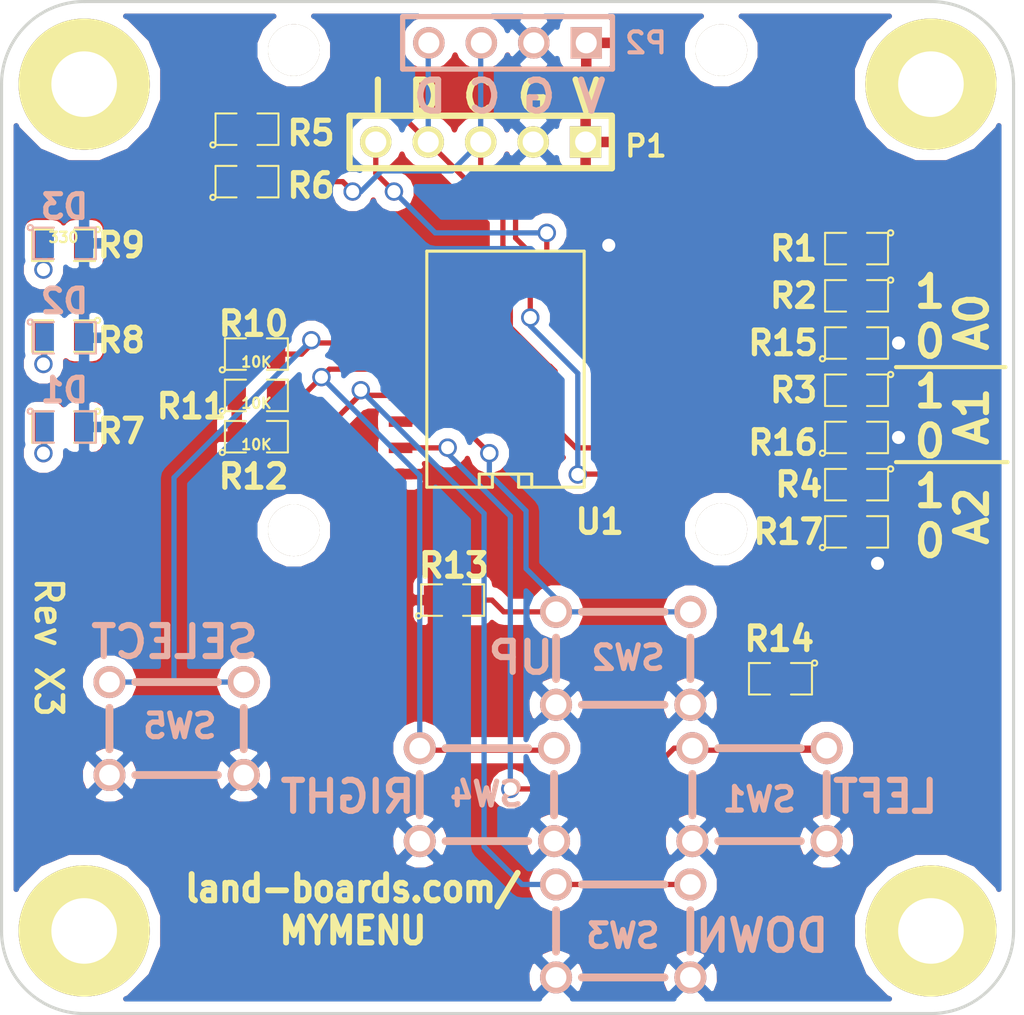
<source format=kicad_pcb>
(kicad_pcb (version 20211014) (generator pcbnew)
  (layers (0 "F.Cu" signal) (31 "B.Cu" signal) (34 "B.Paste" user) (35 "F.Paste" user) (36 "B.SilkS" user "B.Silkscreen") (37 "F.SilkS" user "F.Silkscreen") (38 "B.Mask" user) (39 "F.Mask" user) (44 "Edge.Cuts" user))
  (net 0 "")
  (net 1 "/A0")
  (net 2 "/A1")
  (net 3 "/A2")
  (net 4 "/GND")
  (net 5 "/SCL")
  (net 6 "/SDA")
  (net 7 "/VCC")
  (net 8 "Net-(D1-Pad1)")
  (net 9 "Net-(D2-Pad1)")
  (net 10 "Net-(D3-Pad1)")
  (net 11 "Net-(P1-Pad5)")
  (net 12 "Net-(R1-Pad2)")
  (net 13 "Net-(R7-Pad1)")
  (net 14 "Net-(R8-Pad1)")
  (net 15 "Net-(R9-Pad1)")
  (net 16 "Net-(R10-Pad2)")
  (net 17 "Net-(R11-Pad2)")
  (net 18 "Net-(R12-Pad2)")
  (net 19 "Net-(R13-Pad2)")
  (net 20 "Net-(R14-Pad2)")
  (footprint "MTG-4-40" (layer "F.Cu") (at 140 110)
    (fp_text reference "MTG4" hide)
    (fp_text value "CONN_1" hide)
    (pad "1" thru_hole circle locked (at 0 0) (size 6.35 6.35) (drill 3.175) (layers *.Cu *.Mask "F.SilkS"))
  )
  (footprint "MTG-4-40" (layer "F.Cu") (at 99 110)
    (fp_text reference "MTG3" hide)
    (fp_text value "CONN_1" hide)
    (pad "1" thru_hole circle locked (at 0 0) (size 6.35 6.35) (drill 3.175) (layers *.Cu *.Mask "F.SilkS"))
  )
  (footprint "MTG-4-40" (layer "F.Cu") (at 139 70)
    (fp_text reference "MTG2" hide)
    (fp_text value "CONN_1" hide)
    (pad "1" thru_hole circle locked (at 1 -1) (size 6.35 6.35) (drill 3.175) (layers *.Cu *.Mask "F.SilkS"))
  )
  (footprint "MTG-4-40" (layer "F.Cu") (at 99 69)
    (fp_text reference "MTG1" hide)
    (fp_text value "CONN_1" hide)
    (pad "1" thru_hole circle locked (at 0 0) (size 6.35 6.35) (drill 3.175) (layers *.Cu *.Mask "F.SilkS"))
  )
  (footprint "SM0805" (layer "F.Cu") (at 132.715 97.79 180)
    (fp_text reference "R14" (at 0.06 1.93 180) (layer "F.SilkS") (effects (font (size 1.143 1.143) (thickness 0.254))))
    (fp_text value "10K" hide)
    (pad "1" smd rect locked (at -0.9525 0 180) (size 0.889 1.397) (layers "F.Cu" "F.Paste" "F.Mask") (net 7 "/VCC"))
    (pad "2" smd rect locked (at 0.9525 0 180) (size 0.889 1.397) (layers "F.Cu" "F.Paste" "F.Mask") (net 20 "Net-(R14-Pad2)"))
  )
  (footprint "SM0805" (layer "F.Cu") (at 116.84 93.98)
    (fp_text reference "R13" (at 0.06 -1.67) (layer "F.SilkS") (effects (font (size 1.143 1.143) (thickness 0.254))))
    (fp_text value "10K" hide)
    (pad "1" smd rect locked (at -0.9525 0) (size 0.889 1.397) (layers "F.Cu" "F.Paste" "F.Mask") (net 7 "/VCC"))
    (pad "2" smd rect locked (at 0.9525 0) (size 0.889 1.397) (layers "F.Cu" "F.Paste" "F.Mask") (net 19 "Net-(R13-Pad2)"))
  )
  (footprint "SM0805" (layer "F.Cu") (at 107.34 86.07)
    (fp_text reference "R12" (at -0.14 1.93) (layer "F.SilkS") (effects (font (size 1.143 1.143) (thickness 0.254))))
    (fp_text value "10K" (at 0 0.381) (layer "F.SilkS") (effects (font (size 0.50038 0.50038) (thickness 0.10922))))
    (pad "1" smd rect locked (at -0.9525 0) (size 0.889 1.397) (layers "F.Cu" "F.Paste" "F.Mask") (net 7 "/VCC"))
    (pad "2" smd rect locked (at 0.9525 0) (size 0.889 1.397) (layers "F.Cu" "F.Paste" "F.Mask") (net 18 "Net-(R12-Pad2)"))
  )
  (footprint "SM0805" (layer "F.Cu") (at 107.34 84.07)
    (fp_text reference "R11" (at -3.14 0.53) (layer "F.SilkS") (effects (font (size 1.143 1.143) (thickness 0.254))))
    (fp_text value "10K" (at 0 0.381) (layer "F.SilkS") (effects (font (size 0.50038 0.50038) (thickness 0.10922))))
    (pad "1" smd rect locked (at -0.9525 0) (size 0.889 1.397) (layers "F.Cu" "F.Paste" "F.Mask") (net 7 "/VCC"))
    (pad "2" smd rect locked (at 0.9525 0) (size 0.889 1.397) (layers "F.Cu" "F.Paste" "F.Mask") (net 17 "Net-(R11-Pad2)"))
  )
  (footprint "SM0805" (layer "F.Cu") (at 107.34 82.07)
    (fp_text reference "R10" (at -0.14 -1.47) (layer "F.SilkS") (effects (font (size 1.143 1.143) (thickness 0.254))))
    (fp_text value "10K" (at 0 0.381) (layer "F.SilkS") (effects (font (size 0.50038 0.50038) (thickness 0.10922))))
    (pad "1" smd rect locked (at -0.9525 0) (size 0.889 1.397) (layers "F.Cu" "F.Paste" "F.Mask") (net 7 "/VCC"))
    (pad "2" smd rect locked (at 0.9525 0) (size 0.889 1.397) (layers "F.Cu" "F.Paste" "F.Mask") (net 16 "Net-(R10-Pad2)"))
  )
  (footprint "SM0805" (layer "F.Cu") (at 98 85.6 180)
    (fp_text reference "R7" (at -2.8 -0.2 180) (layer "F.SilkS") (effects (font (size 1.143 1.143) (thickness 0.254))))
    (fp_text value "330" hide)
    (pad "1" smd rect locked (at -0.9525 0 180) (size 0.889 1.397) (layers "F.Cu" "F.Paste" "F.Mask") (net 13 "Net-(R7-Pad1)"))
    (pad "2" smd rect locked (at 0.9525 0 180) (size 0.889 1.397) (layers "F.Cu" "F.Paste" "F.Mask") (net 8 "Net-(D1-Pad1)"))
  )
  (footprint "SM0805" (layer "F.Cu") (at 98 81.2 180)
    (fp_text reference "R8" (at -2.8 -0.2 180) (layer "F.SilkS") (effects (font (size 1.143 1.143) (thickness 0.254))))
    (fp_text value "330" hide)
    (pad "1" smd rect locked (at -0.9525 0 180) (size 0.889 1.397) (layers "F.Cu" "F.Paste" "F.Mask") (net 14 "Net-(R8-Pad1)"))
    (pad "2" smd rect locked (at 0.9525 0 180) (size 0.889 1.397) (layers "F.Cu" "F.Paste" "F.Mask") (net 9 "Net-(D2-Pad1)"))
  )
  (footprint "SM0805" (layer "F.Cu") (at 98 76.8 180)
    (fp_text reference "R9" (at -2.8 0 180) (layer "F.SilkS") (effects (font (size 1.143 1.143) (thickness 0.254))))
    (fp_text value "330" (at 0 0.381 180) (layer "F.SilkS") (effects (font (size 0.50038 0.50038) (thickness 0.10922))))
    (pad "1" smd rect locked (at -0.9525 0 180) (size 0.889 1.397) (layers "F.Cu" "F.Paste" "F.Mask") (net 15 "Net-(R9-Pad1)"))
    (pad "2" smd rect locked (at 0.9525 0 180) (size 0.889 1.397) (layers "F.Cu" "F.Paste" "F.Mask") (net 10 "Net-(D3-Pad1)"))
  )
  (footprint "SM0805" (layer "F.Cu") (at 106.884 73.72)
    (fp_text reference "R6" (at 3.098 0.194) (layer "F.SilkS") (effects (font (size 1.143 1.143) (thickness 0.254))))
    (fp_text value "2.2K" hide)
    (pad "1" smd rect locked (at -0.9525 0) (size 0.889 1.397) (layers "F.Cu" "F.Paste" "F.Mask") (net 7 "/VCC"))
    (pad "2" smd rect locked (at 0.9525 0) (size 0.889 1.397) (layers "F.Cu" "F.Paste" "F.Mask") (net 5 "/SCL"))
  )
  (footprint "SM0805" (layer "F.Cu") (at 106.884 71.18)
    (fp_text reference "R5" (at 3.098 0.194) (layer "F.SilkS") (effects (font (size 1.143 1.143) (thickness 0.254))))
    (fp_text value "2.2K" hide)
    (pad "1" smd rect locked (at -0.9525 0) (size 0.889 1.397) (layers "F.Cu" "F.Paste" "F.Mask") (net 7 "/VCC"))
    (pad "2" smd rect locked (at 0.9525 0) (size 0.889 1.397) (layers "F.Cu" "F.Paste" "F.Mask") (net 6 "/SDA"))
  )
  (footprint "SM0805" (layer "F.Cu") (at 136.398 88.392 180)
    (fp_text reference "R4" (at 2.794 0 180) (layer "F.SilkS") (effects (font (size 1.143 1.143) (thickness 0.254))))
    (fp_text value "OPEN" hide)
    (pad "1" smd rect locked (at -0.9525 0 180) (size 0.889 1.397) (layers "F.Cu" "F.Paste" "F.Mask") (net 7 "/VCC"))
    (pad "2" smd rect locked (at 0.9525 0 180) (size 0.889 1.397) (layers "F.Cu" "F.Paste" "F.Mask") (net 3 "/A2"))
  )
  (footprint "SM0805" (layer "F.Cu") (at 136.398 83.82 180)
    (fp_text reference "R3" (at 3.048 0 180) (layer "F.SilkS") (effects (font (size 1.143 1.143) (thickness 0.254))))
    (fp_text value "OPEN" hide)
    (pad "1" smd rect locked (at -0.9525 0 180) (size 0.889 1.397) (layers "F.Cu" "F.Paste" "F.Mask") (net 7 "/VCC"))
    (pad "2" smd rect locked (at 0.9525 0 180) (size 0.889 1.397) (layers "F.Cu" "F.Paste" "F.Mask") (net 2 "/A1"))
  )
  (footprint "SM0805" (layer "F.Cu") (at 136.398 79.248 180)
    (fp_text reference "R2" (at 3.048 0 180) (layer "F.SilkS") (effects (font (size 1.143 1.143) (thickness 0.254))))
    (fp_text value "OPEN" hide)
    (pad "1" smd rect locked (at -0.9525 0 180) (size 0.889 1.397) (layers "F.Cu" "F.Paste" "F.Mask") (net 7 "/VCC"))
    (pad "2" smd rect locked (at 0.9525 0 180) (size 0.889 1.397) (layers "F.Cu" "F.Paste" "F.Mask") (net 1 "/A0"))
  )
  (footprint "SM0805" (layer "F.Cu") (at 136.398 76.962 180)
    (fp_text reference "R1" (at 3.048 0 180) (layer "F.SilkS") (effects (font (size 1.143 1.143) (thickness 0.254))))
    (fp_text value "10K" hide)
    (pad "1" smd rect locked (at -0.9525 0 180) (size 0.889 1.397) (layers "F.Cu" "F.Paste" "F.Mask") (net 7 "/VCC"))
    (pad "2" smd rect locked (at 0.9525 0 180) (size 0.889 1.397) (layers "F.Cu" "F.Paste" "F.Mask") (net 12 "Net-(R1-Pad2)"))
  )
  (footprint "SO18W" (layer "F.Cu") (at 119.4 82.8 90)
    (fp_text reference "U1" (at -7.386 4.562 180) (layer "F.SilkS") (effects (font (size 1.143 1.143) (thickness 0.254))))
    (fp_text value "MCP23008SO" hide)
    (pad "1" smd rect locked (at -5.08 5.08 90) (size 0.508 1.143) (layers "F.Cu" "F.Paste" "F.Mask") (net 5 "/SCL"))
    (pad "2" smd rect locked (at -3.81 5.08 90) (size 0.508 1.143) (layers "F.Cu" "F.Paste" "F.Mask") (net 6 "/SDA"))
    (pad "3" smd rect locked (at -2.54 5.08 90) (size 0.508 1.143) (layers "F.Cu" "F.Paste" "F.Mask") (net 3 "/A2"))
    (pad "4" smd rect locked (at -1.27 5.08 90) (size 0.508 1.143) (layers "F.Cu" "F.Paste" "F.Mask") (net 2 "/A1"))
    (pad "5" smd rect locked (at 0 5.08 90) (size 0.508 1.143) (layers "F.Cu" "F.Paste" "F.Mask") (net 1 "/A0"))
    (pad "6" smd rect locked (at 1.27 5.08 90) (size 0.508 1.143) (layers "F.Cu" "F.Paste" "F.Mask") (net 12 "Net-(R1-Pad2)"))
    (pad "7" smd rect locked (at 2.54 5.08 90) (size 0.508 1.143) (layers "F.Cu" "F.Paste" "F.Mask"))
    (pad "8" smd rect locked (at 3.81 5.08 90) (size 0.508 1.143) (layers "F.Cu" "F.Paste" "F.Mask") (net 11 "Net-(P1-Pad5)"))
    (pad "9" smd rect locked (at 5.08 5.08 90) (size 0.508 1.143) (layers "F.Cu" "F.Paste" "F.Mask") (net 4 "/GND"))
    (pad "10" smd rect locked (at 5.08 -5.08 90) (size 0.508 1.143) (layers "F.Cu" "F.Paste" "F.Mask") (net 15 "Net-(R9-Pad1)"))
    (pad "11" smd rect locked (at 3.81 -5.08 90) (size 0.508 1.143) (layers "F.Cu" "F.Paste" "F.Mask") (net 14 "Net-(R8-Pad1)"))
    (pad "12" smd rect locked (at 2.54 -5.08 90) (size 0.508 1.143) (layers "F.Cu" "F.Paste" "F.Mask") (net 13 "Net-(R7-Pad1)"))
    (pad "13" smd rect locked (at 1.27 -5.08 90) (size 0.508 1.143) (layers "F.Cu" "F.Paste" "F.Mask") (net 16 "Net-(R10-Pad2)"))
    (pad "14" smd rect locked (at 0 -5.08 90) (size 0.508 1.143) (layers "F.Cu" "F.Paste" "F.Mask") (net 17 "Net-(R11-Pad2)"))
    (pad "15" smd rect locked (at -1.27 -5.08 90) (size 0.508 1.143) (layers "F.Cu" "F.Paste" "F.Mask") (net 18 "Net-(R12-Pad2)"))
    (pad "16" smd rect locked (at -2.54 -5.08 90) (size 0.508 1.143) (layers "F.Cu" "F.Paste" "F.Mask") (net 19 "Net-(R13-Pad2)"))
    (pad "17" smd rect locked (at -3.81 -5.08 90) (size 0.508 1.143) (layers "F.Cu" "F.Paste" "F.Mask") (net 20 "Net-(R14-Pad2)"))
    (pad "18" smd rect locked (at -5.08 -5.08 90) (size 0.508 1.143) (layers "F.Cu" "F.Paste" "F.Mask") (net 7 "/VCC"))
  )
  (footprint "SM0805" (layer "F.Cu") (at 136.398 90.678)
    (fp_text reference "R17" (at -3.302 0) (layer "F.SilkS") (effects (font (size 1.143 1.143) (thickness 0.254))))
    (fp_text value "0" hide)
    (pad "1" smd rect locked (at -0.9525 0) (size 0.889 1.397) (layers "F.Cu" "F.Paste" "F.Mask") (net 3 "/A2"))
    (pad "2" smd rect locked (at 0.9525 0) (size 0.889 1.397) (layers "F.Cu" "F.Paste" "F.Mask") (net 4 "/GND"))
  )
  (footprint "SM0805" (layer "F.Cu") (at 136.398 86.106)
    (fp_text reference "R16" (at -3.556 0.254) (layer "F.SilkS") (effects (font (size 1.143 1.143) (thickness 0.254))))
    (fp_text value "0" hide)
    (pad "1" smd rect locked (at -0.9525 0) (size 0.889 1.397) (layers "F.Cu" "F.Paste" "F.Mask") (net 2 "/A1"))
    (pad "2" smd rect locked (at 0.9525 0) (size 0.889 1.397) (layers "F.Cu" "F.Paste" "F.Mask") (net 4 "/GND"))
  )
  (footprint "SM0805" (layer "F.Cu") (at 136.398 81.534)
    (fp_text reference "R15" (at -3.556 0) (layer "F.SilkS") (effects (font (size 1.143 1.143) (thickness 0.254))))
    (fp_text value "0" hide)
    (pad "1" smd rect locked (at -0.9525 0) (size 0.889 1.397) (layers "F.Cu" "F.Paste" "F.Mask") (net 1 "/A0"))
    (pad "2" smd rect locked (at 0.9525 0) (size 0.889 1.397) (layers "F.Cu" "F.Paste" "F.Mask") (net 4 "/GND"))
  )
  (footprint "PIN_ARRAY_5X1" (layer "F.Cu") (at 118.2 71.8 180)
    (fp_text reference "P1" (at -8 -0.2 180) (layer "F.SilkS") (effects (font (size 1.016 1.016) (thickness 0.2032))))
    (fp_text value "CONN_5" hide)
    (pad "1" thru_hole rect locked (at -5.08 0 180) (size 1.524 1.524) (drill 1.016) (layers *.Cu *.Mask "F.SilkS") (net 7 "/VCC"))
    (pad "2" thru_hole circle locked (at -2.54 0 180) (size 1.524 1.524) (drill 1.016) (layers *.Cu *.Mask "F.SilkS") (net 4 "/GND"))
    (pad "3" thru_hole circle locked (at 0 0 180) (size 1.524 1.524) (drill 1.016) (layers *.Cu *.Mask "F.SilkS") (net 5 "/SCL"))
    (pad "4" thru_hole circle locked (at 2.54 0 180) (size 1.524 1.524) (drill 1.016) (layers *.Cu *.Mask "F.SilkS") (net 6 "/SDA"))
    (pad "5" thru_hole circle locked (at 5.08 0 180) (size 1.524 1.524) (drill 1.016) (layers *.Cu *.Mask "F.SilkS") (net 11 "Net-(P1-Pad5)"))
  )
  (footprint "MTG-2.5MM" (layer "F.Cu") (at 129.85 91.55)
    (fp_text reference "MTG5" hide)
    (fp_text value "CONN_1" hide)
    (pad "1" thru_hole circle locked (at 0 -1) (size 2.5 2.5) (drill 2.49936) (layers *.Cu *.Mask "F.SilkS"))
  )
  (footprint "MTG-2.5MM" (layer "F.Cu") (at 109.15 91.6)
    (fp_text reference "MTG6" hide)
    (fp_text value "CONN_1" hide)
    (pad "1" thru_hole circle locked (at 0 -1) (size 2.5 2.5) (drill 2.49936) (layers *.Cu *.Mask "F.SilkS"))
  )
  (footprint "MTG-2.5MM" (layer "F.Cu") (at 129.85 68.55)
    (fp_text reference "MTG7" hide)
    (fp_text value "CONN_1" hide)
    (pad "1" thru_hole circle locked (at 0 -1.2) (size 2.5 2.5) (drill 2.49936) (layers *.Cu *.Mask "F.SilkS"))
  )
  (footprint "MTG-2.5MM" (layer "F.Cu") (at 109.15 68.55)
    (fp_text reference "MTG8" hide)
    (fp_text value "CONN_1" hide)
    (pad "1" thru_hole circle locked (at 0 -1.2) (size 2.5 2.5) (drill 2.49936) (layers *.Cu *.Mask "F.SilkS"))
  )
  (footprint "SW-PB-6MM" (layer "B.Cu") (at 131.7 103.4 180)
    (fp_text reference "SW1" (at 0.012 -0.232 180) (layer "B.SilkS") (effects (font (size 1.143 1.143) (thickness 0.254)) (justify mirror)))
    (fp_text value "SW_PUSH_OMRON" hide)
    (pad "1" thru_hole circle locked (at -3.2512 2.25044 180) (size 1.5494 1.5494) (drill 1.00076) (layers *.Cu *.Mask "B.SilkS") (net 20 "Net-(R14-Pad2)"))
    (pad "2" thru_hole circle locked (at 3.2512 2.25044 180) (size 1.5494 1.5494) (drill 1.00076) (layers *.Cu *.Mask "B.SilkS") (net 20 "Net-(R14-Pad2)"))
    (pad "3" thru_hole circle locked (at -3.2512 -2.25044 180) (size 1.5494 1.5494) (drill 1.00076) (layers *.Cu *.Mask "B.SilkS") (net 4 "/GND"))
    (pad "4" thru_hole circle locked (at 3.2512 -2.25044 180) (size 1.5494 1.5494) (drill 1.00076) (layers *.Cu *.Mask "B.SilkS") (net 4 "/GND"))
  )
  (footprint "SW-PB-6MM" (layer "B.Cu") (at 125.1 96.8 180)
    (fp_text reference "SW2" (at -0.238 0.026 180) (layer "B.SilkS") (effects (font (size 1.143 1.143) (thickness 0.254)) (justify mirror)))
    (fp_text value "SW_PUSH_OMRON" hide)
    (pad "1" thru_hole circle locked (at -3.2512 2.25044 180) (size 1.5494 1.5494) (drill 1.00076) (layers *.Cu *.Mask "B.SilkS") (net 19 "Net-(R13-Pad2)"))
    (pad "2" thru_hole circle locked (at 3.2512 2.25044 180) (size 1.5494 1.5494) (drill 1.00076) (layers *.Cu *.Mask "B.SilkS") (net 19 "Net-(R13-Pad2)"))
    (pad "3" thru_hole circle locked (at -3.2512 -2.25044 180) (size 1.5494 1.5494) (drill 1.00076) (layers *.Cu *.Mask "B.SilkS") (net 4 "/GND"))
    (pad "4" thru_hole circle locked (at 3.2512 -2.25044 180) (size 1.5494 1.5494) (drill 1.00076) (layers *.Cu *.Mask "B.SilkS") (net 4 "/GND"))
  )
  (footprint "SW-PB-6MM" (layer "B.Cu") (at 125.1 110 180)
    (fp_text reference "SW3" (at 0.016 -0.236 180) (layer "B.SilkS") (effects (font (size 1.143 1.143) (thickness 0.254)) (justify mirror)))
    (fp_text value "SW_PUSH_OMRON" hide)
    (pad "1" thru_hole circle locked (at -3.2512 2.25044 180) (size 1.5494 1.5494) (drill 1.00076) (layers *.Cu *.Mask "B.SilkS") (net 18 "Net-(R12-Pad2)"))
    (pad "2" thru_hole circle locked (at 3.2512 2.25044 180) (size 1.5494 1.5494) (drill 1.00076) (layers *.Cu *.Mask "B.SilkS") (net 18 "Net-(R12-Pad2)"))
    (pad "3" thru_hole circle locked (at -3.2512 -2.25044 180) (size 1.5494 1.5494) (drill 1.00076) (layers *.Cu *.Mask "B.SilkS") (net 4 "/GND"))
    (pad "4" thru_hole circle locked (at 3.2512 -2.25044 180) (size 1.5494 1.5494) (drill 1.00076) (layers *.Cu *.Mask "B.SilkS") (net 4 "/GND"))
  )
  (footprint "SW-PB-6MM" (layer "B.Cu") (at 118.5 103.4 180)
    (fp_text reference "SW4" (at 0.02 0.022 180) (layer "B.SilkS") (effects (font (size 1.143 1.143) (thickness 0.254)) (justify mirror)))
    (fp_text value "SW_PUSH_OMRON" hide)
    (pad "1" thru_hole circle locked (at -3.2512 2.25044 180) (size 1.5494 1.5494) (drill 1.00076) (layers *.Cu *.Mask "B.SilkS") (net 17 "Net-(R11-Pad2)"))
    (pad "2" thru_hole circle locked (at 3.2512 2.25044 180) (size 1.5494 1.5494) (drill 1.00076) (layers *.Cu *.Mask "B.SilkS") (net 17 "Net-(R11-Pad2)"))
    (pad "3" thru_hole circle locked (at -3.2512 -2.25044 180) (size 1.5494 1.5494) (drill 1.00076) (layers *.Cu *.Mask "B.SilkS") (net 4 "/GND"))
    (pad "4" thru_hole circle locked (at 3.2512 -2.25044 180) (size 1.5494 1.5494) (drill 1.00076) (layers *.Cu *.Mask "B.SilkS") (net 4 "/GND"))
  )
  (footprint "SW-PB-6MM" (layer "B.Cu") (at 103.476 100.2 180)
    (fp_text reference "SW5" (at -0.156 0.124 180) (layer "B.SilkS") (effects (font (size 1.143 1.143) (thickness 0.254)) (justify mirror)))
    (fp_text value "SW_PUSH_OMRON" hide)
    (pad "1" thru_hole circle locked (at -3.2512 2.25044 180) (size 1.5494 1.5494) (drill 1.00076) (layers *.Cu *.Mask "B.SilkS") (net 16 "Net-(R10-Pad2)"))
    (pad "2" thru_hole circle locked (at 3.2512 2.25044 180) (size 1.5494 1.5494) (drill 1.00076) (layers *.Cu *.Mask "B.SilkS") (net 16 "Net-(R10-Pad2)"))
    (pad "3" thru_hole circle locked (at -3.2512 -2.25044 180) (size 1.5494 1.5494) (drill 1.00076) (layers *.Cu *.Mask "B.SilkS") (net 4 "/GND"))
    (pad "4" thru_hole circle locked (at 3.2512 -2.25044 180) (size 1.5494 1.5494) (drill 1.00076) (layers *.Cu *.Mask "B.SilkS") (net 4 "/GND"))
  )
  (footprint "SM0805" (layer "B.Cu") (at 98.044 85.598)
    (fp_text reference "D1" (at 0 -1.778) (layer "B.SilkS") (effects (font (size 1.143 1.143) (thickness 0.254)) (justify mirror)))
    (fp_text value "LED" hide)
    (pad "1" smd rect locked (at -0.9525 0) (size 0.889 1.397) (layers "B.Cu" "B.Paste" "B.Mask") (net 8 "Net-(D1-Pad1)"))
    (pad "2" smd rect locked (at 0.9525 0) (size 0.889 1.397) (layers "B.Cu" "B.Paste" "B.Mask") (net 4 "/GND"))
  )
  (footprint "SM0805" (layer "B.Cu") (at 98.044 81.28)
    (fp_text reference "D2" (at 0 -1.778) (layer "B.SilkS") (effects (font (size 1.143 1.143) (thickness 0.254)) (justify mirror)))
    (fp_text value "LED" hide)
    (pad "1" smd rect locked (at -0.9525 0) (size 0.889 1.397) (layers "B.Cu" "B.Paste" "B.Mask") (net 9 "Net-(D2-Pad1)"))
    (pad "2" smd rect locked (at 0.9525 0) (size 0.889 1.397) (layers "B.Cu" "B.Paste" "B.Mask") (net 4 "/GND"))
  )
  (footprint "SM0805" (layer "B.Cu") (at 98.044 76.708)
    (fp_text reference "D3" (at 0 -1.778) (layer "B.SilkS") (effects (font (size 1.143 1.143) (thickness 0.254)) (justify mirror)))
    (fp_text value "LED" hide)
    (pad "1" smd rect locked (at -0.9525 0) (size 0.889 1.397) (layers "B.Cu" "B.Paste" "B.Mask") (net 10 "Net-(D3-Pad1)"))
    (pad "2" smd rect locked (at 0.9525 0) (size 0.889 1.397) (layers "B.Cu" "B.Paste" "B.Mask") (net 4 "/GND"))
  )
  (footprint "PIN_ARRAY_4X1" (layer "B.Cu") (at 119.5 67 180)
    (fp_text reference "P2" (at -6.7 0 180) (layer "B.SilkS") (effects (font (size 1.016 1.016) (thickness 0.2032)) (justify mirror)))
    (fp_text value "CONN_4" hide)
    (pad "1" thru_hole rect locked (at -3.81 0 180) (size 1.524 1.524) (drill 1.016) (layers *.Cu *.Mask "B.SilkS") (net 7 "/VCC"))
    (pad "2" thru_hole circle locked (at -1.27 0 180) (size 1.524 1.524) (drill 1.016) (layers *.Cu *.Mask "B.SilkS") (net 4 "/GND"))
    (pad "3" thru_hole circle locked (at 1.27 0 180) (size 1.524 1.524) (drill 1.016) (layers *.Cu *.Mask "B.SilkS") (net 5 "/SCL"))
    (pad "4" thru_hole circle locked (at 3.81 0 180) (size 1.524 1.524) (drill 1.016) (layers *.Cu *.Mask "B.SilkS") (net 6 "/SDA"))
  )
  (gr_line (start 138.308 82.7) (end 143.608 82.7) (layer "F.SilkS") (width 0.2))
  (gr_line (start 138.308 87.3) (end 143.708 87.3) (layer "F.SilkS") (width 0.2))
  (gr_line (start 140 65) (end 99 65) (layer "Edge.Cuts") (width 0.15))
  (gr_line (start 144 110) (end 144 69) (layer "Edge.Cuts") (width 0.15))
  (gr_line (start 95 69) (end 95 110) (layer "Edge.Cuts") (width 0.15))
  (gr_arc (start 144 110) (mid 142.828427 112.828427) (end 140 114) (layer "Edge.Cuts") (width 0.15))
  (gr_arc (start 99 114) (mid 96.171573 112.828427) (end 95 110) (layer "Edge.Cuts") (width 0.15))
  (gr_line (start 99 114) (end 140 114) (layer "Edge.Cuts") (width 0.15))
  (gr_arc (start 95 69) (mid 96.171573 66.171573) (end 99 65) (layer "Edge.Cuts") (width 0.15))
  (gr_arc (start 140 65) (mid 142.828427 66.171573) (end 144 69) (layer "Edge.Cuts") (width 0.15))
  (gr_text "LEFT" (at 137.795 103.505) (layer "B.SilkS") (effects (font (size 1.5 1.5) (thickness 0.3)) (justify mirror)))
  (gr_text "V G C D" (at 119.6 69.6) (layer "B.SilkS") (effects (font (size 1.5 1.5) (thickness 0.3)) (justify mirror)))
  (gr_text "UP" (at 120.142 96.774) (layer "B.SilkS") (effects (font (size 1.5 1.5) (thickness 0.3)) (justify mirror)))
  (gr_text "DOWN" (at 131.826 110.236) (layer "B.SilkS") (effects (font (size 1.5 1.5) (thickness 0.3)) (justify mirror)))
  (gr_text "SELECT" (at 103.378 96.012) (layer "B.SilkS") (effects (font (size 1.5 1.5) (thickness 0.3)) (justify mirror)))
  (gr_text "RIGHT" (at 111.76 103.505) (layer "B.SilkS") (effects (font (size 1.5 1.5) (thickness 0.3)) (justify mirror)))
  (gr_text "1\n0" (at 139.954 85.09) (layer "F.SilkS") (effects (font (size 1.5 1.5) (thickness 0.3))))
  (gr_text "A2" (at 141.986 89.916 90) (layer "F.SilkS") (effects (font (size 1.5 1.5) (thickness 0.3))))
  (gr_text "A1" (at 141.986 85.09 90) (layer "F.SilkS") (effects (font (size 1.5 1.5) (thickness 0.3))))
  (gr_text "land-boards.com/\nMYMENU" (at 112.014 108.966) (layer "F.SilkS") (effects (font (size 1.27 1.143) (thickness 0.28575))))
  (gr_text "A0" (at 141.986 80.518 90) (layer "F.SilkS") (effects (font (size 1.5 1.5) (thickness 0.3))))
  (gr_text "Rev X3" (at 97.282 96.266 270) (layer "F.SilkS") (effects (font (size 1.27 1.27) (thickness 0.22225))))
  (gr_text "1\n0" (at 139.954 89.916) (layer "F.SilkS") (effects (font (size 1.5 1.5) (thickness 0.3))))
  (gr_text "1\n0" (at 139.954 80.264) (layer "F.SilkS") (effects (font (size 1.5 1.5) (thickness 0.3))))
  (gr_text "I D C G V" (at 118.4 69.6) (layer "F.SilkS") (effects (font (size 1.5 1.5) (thickness 0.3))))
  (segment (start 133.858 79.248) (end 133.858 81.534) (width 0.254) (layer "F.Cu") (net 1))
  (segment (start 133.858 81.534) (end 135.4455 81.534) (width 0.254) (layer "F.Cu") (net 1))
  (segment (start 131.576 82.8) (end 132.842 81.534) (width 0.254) (layer "F.Cu") (net 1))
  (segment (start 132.842 81.534) (end 133.858 81.534) (width 0.254) (layer "F.Cu") (net 1))
  (segment (start 135.4455 79.248) (end 133.858 79.248) (width 0.254) (layer "F.Cu") (net 1))
  (segment (start 124.48 82.8) (end 131.576 82.8) (width 0.254) (layer "F.Cu") (net 1))
  (segment (start 135.1955 84.07) (end 135.4455 83.82) (width 0.254) (layer "F.Cu") (net 2))
  (segment (start 134.112 86.106) (end 134.112 84.07) (width 0.254) (layer "F.Cu") (net 2))
  (segment (start 134.112 84.07) (end 135.1955 84.07) (width 0.254) (layer "F.Cu") (net 2))
  (segment (start 135.4455 86.106) (end 134.112 86.106) (width 0.254) (layer "F.Cu") (net 2))
  (segment (start 124.48 84.07) (end 134.112 84.07) (width 0.254) (layer "F.Cu") (net 2))
  (segment (start 134.62 90.678) (end 134.366 90.424) (width 0.254) (layer "F.Cu") (net 3))
  (segment (start 134.366 90.424) (end 134.366 88.392) (width 0.254) (layer "F.Cu") (net 3))
  (segment (start 133.096 88.392) (end 130.044 85.34) (width 0.254) (layer "F.Cu") (net 3))
  (segment (start 130.044 85.34) (end 124.48 85.34) (width 0.254) (layer "F.Cu") (net 3))
  (segment (start 135.4455 88.392) (end 133.096 88.392) (width 0.254) (layer "F.Cu") (net 3))
  (segment (start 135.4455 88.392) (end 134.366 88.392) (width 0.254) (layer "F.Cu") (net 3))
  (segment (start 135.4455 90.678) (end 134.62 90.678) (width 0.254) (layer "F.Cu") (net 3))
  (segment (start 124.48 76.88) (end 124.4 76.8) (width 0.254) (layer "F.Cu") (net 4))
  (segment (start 137.3505 92.1385) (end 137.414 92.202) (width 0.254) (layer "F.Cu") (net 4))
  (segment (start 124.48 77.72) (end 124.48 76.88) (width 0.254) (layer "F.Cu") (net 4))
  (segment (start 137.3505 90.678) (end 137.3505 92.1385) (width 0.254) (layer "F.Cu") (net 4))
  (segment (start 137.3505 81.534) (end 138.43 81.534) (width 0.254) (layer "F.Cu") (net 4))
  (segment (start 137.3505 86.106) (end 138.43 86.106) (width 0.254) (layer "F.Cu") (net 4))
  (via (at 138.43 86.106) (size 0.889) (drill 0.635) (layers "F.Cu" "B.Cu") (net 4))
  (via (at 138.43 81.534) (size 0.889) (drill 0.635) (layers "F.Cu" "B.Cu") (net 4))
  (via (at 137.414 92.202) (size 0.889) (drill 0.635) (layers "F.Cu" "B.Cu") (net 4))
  (via (at 124.4 76.8) (size 0.889) (drill 0.635) (layers "F.Cu" "B.Cu") (net 4))
  (segment (start 111.52 73.72) (end 112 74.2) (width 0.254) (layer "F.Cu") (net 5))
  (segment (start 122.92 87.88) (end 122.9 87.9) (width 0.254) (layer "F.Cu") (net 5))
  (segment (start 120.6 77.166) (end 119.888 76.454) (width 0.254) (layer "F.Cu") (net 5))
  (segment (start 119.888 76.454) (end 119.888 74.93) (width 0.254) (layer "F.Cu") (net 5))
  (segment (start 119.888 74.93) (end 118.2 73.242) (width 0.254) (layer "F.Cu") (net 5))
  (segment (start 118.2 73.242) (end 118.2 71.8) (width 0.254) (layer "F.Cu") (net 5))
  (segment (start 124.48 87.88) (end 122.92 87.88) (width 0.254) (layer "F.Cu") (net 5))
  (segment (start 120.6 80.3) (end 120.6 77.166) (width 0.254) (layer "F.Cu") (net 5))
  (segment (start 107.8365 73.72) (end 111.52 73.72) (width 0.254) (layer "F.Cu") (net 5))
  (via (at 112 74.2) (size 0.889) (drill 0.635) (layers "F.Cu" "B.Cu") (net 5))
  (via (at 122.9 87.9) (size 0.889) (drill 0.635) (layers "F.Cu" "B.Cu") (net 5))
  (via (at 120.6 80.3) (size 0.889) (drill 0.635) (layers "F.Cu" "B.Cu") (net 5))
  (segment (start 118.2 67.03) (end 118.23 67) (width 0.254) (layer "B.Cu") (net 5))
  (segment (start 112.4 74.2) (end 113.4 73.2) (width 0.254) (layer "B.Cu") (net 5))
  (segment (start 113.4 73.2) (end 116.8 73.2) (width 0.254) (layer "B.Cu") (net 5))
  (segment (start 116.8 73.2) (end 118.2 71.8) (width 0.254) (layer "B.Cu") (net 5))
  (segment (start 122.9 87.9) (end 122.9 83) (width 0.254) (layer "B.Cu") (net 5))
  (segment (start 122.9 83) (end 120.6 80.7) (width 0.254) (layer "B.Cu") (net 5))
  (segment (start 120.6 80.7) (end 120.6 80.3) (width 0.254) (layer "B.Cu") (net 5))
  (segment (start 118.2 71.8) (end 118.2 67.03) (width 0.254) (layer "B.Cu") (net 5))
  (segment (start 112 74.2) (end 112.4 74.2) (width 0.254) (layer "B.Cu") (net 5))
  (segment (start 110.92 71.18) (end 111.7 70.4) (width 0.254) (layer "F.Cu") (net 6))
  (segment (start 111.7 70.4) (end 114.26 70.4) (width 0.254) (layer "F.Cu") (net 6))
  (segment (start 114.26 70.4) (end 115.66 71.8) (width 0.254) (layer "F.Cu") (net 6))
  (segment (start 122.81 86.61) (end 121.8 85.6) (width 0.254) (layer "F.Cu") (net 6))
  (segment (start 121.8 85.6) (end 121.8 82.9) (width 0.254) (layer "F.Cu") (net 6))
  (segment (start 121.8 82.9) (end 121.558 82.658) (width 0.254) (layer "F.Cu") (net 6))
  (segment (start 121.52 82.658) (end 119.634 80.772) (width 0.254) (layer "F.Cu") (net 6))
  (segment (start 119.634 80.772) (end 119.634 80.264) (width 0.254) (layer "F.Cu") (net 6))
  (segment (start 119.634 77.216) (end 119.274788 76.856788) (width 0.254) (layer "F.Cu") (net 6))
  (segment (start 119.274788 76.856788) (end 119.274788 75.414788) (width 0.254) (layer "F.Cu") (net 6))
  (segment (start 119.274788 75.414788) (end 115.66 71.8) (width 0.254) (layer "F.Cu") (net 6))
  (segment (start 121.558 82.658) (end 121.52 82.658) (width 0.254) (layer "F.Cu") (net 6))
  (segment (start 124.48 86.61) (end 122.81 86.61) (width 0.254) (layer "F.Cu") (net 6))
  (segment (start 119.634 80.264) (end 119.634 79.502) (width 0.254) (layer "F.Cu") (net 6))
  (segment (start 119.634 79.502) (end 119.634 77.216) (width 0.254) (layer "F.Cu") (net 6))
  (segment (start 107.8365 71.18) (end 110.92 71.18) (width 0.254) (layer "F.Cu") (net 6))
  (segment (start 115.66 67.03) (end 115.69 67) (width 0.254) (layer "B.Cu") (net 6))
  (segment (start 115.66 71.8) (end 115.66 67.03) (width 0.254) (layer "B.Cu") (net 6))
  (segment (start 97.028 86.868) (end 97.0475 86.8485) (width 0.254) (layer "F.Cu") (net 8))
  (segment (start 97.0475 86.8485) (end 97.0475 85.6) (width 0.254) (layer "F.Cu") (net 8))
  (via (at 97.028 86.868) (size 0.889) (drill 0.635) (layers "F.Cu" "B.Cu") (net 8))
  (segment (start 97.0915 86.8045) (end 97.028 86.868) (width 0.254) (layer "B.Cu") (net 8))
  (segment (start 97.0915 85.598) (end 97.0915 86.8045) (width 0.254) (layer "B.Cu") (net 8))
  (segment (start 97.0475 82.5305) (end 97.028 82.55) (width 0.254) (layer "F.Cu") (net 9))
  (segment (start 97.0475 81.2) (end 97.0475 82.5305) (width 0.254) (layer "F.Cu") (net 9))
  (via (at 97.028 82.55) (size 0.889) (drill 0.635) (layers "F.Cu" "B.Cu") (net 9))
  (segment (start 97.028 82.55) (end 97.0915 82.4865) (width 0.254) (layer "B.Cu") (net 9))
  (segment (start 97.0915 82.4865) (end 97.0915 81.28) (width 0.254) (layer "B.Cu") (net 9))
  (segment (start 97.028 77.978) (end 97.0475 77.9585) (width 0.254) (layer "F.Cu") (net 10))
  (segment (start 97.0475 77.9585) (end 97.0475 76.8) (width 0.254) (layer "F.Cu") (net 10))
  (via (at 97.028 77.978) (size 0.889) (drill 0.635) (layers "F.Cu" "B.Cu") (net 10))
  (segment (start 97.0915 77.9145) (end 97.028 77.978) (width 0.254) (layer "B.Cu") (net 10))
  (segment (start 97.0915 76.708) (end 97.0915 77.9145) (width 0.254) (layer "B.Cu") (net 10))
  (segment (start 121.4 77.8) (end 122.59 78.99) (width 0.254) (layer "F.Cu") (net 11))
  (segment (start 122.59 78.99) (end 124.48 78.99) (width 0.254) (layer "F.Cu") (net 11))
  (segment (start 113.12 73.32) (end 114 74.2) (width 0.254) (layer "F.Cu") (net 11))
  (segment (start 113.12 71.8) (end 113.12 73.32) (width 0.254) (layer "F.Cu") (net 11))
  (segment (start 121.4 76.2) (end 121.4 77.8) (width 0.254) (layer "F.Cu") (net 11))
  (via (at 121.4 76.2) (size 0.889) (drill 0.635) (layers "F.Cu" "B.Cu") (net 11))
  (via (at 114 74.2) (size 0.889) (drill 0.635) (layers "F.Cu" "B.Cu") (net 11))
  (segment (start 114 74.2) (end 116 76.2) (width 0.254) (layer "B.Cu") (net 11))
  (segment (start 116 76.2) (end 121.4 76.2) (width 0.254) (layer "B.Cu") (net 11))
  (segment (start 129.29 81.53) (end 133.858 76.962) (width 0.254) (layer "F.Cu") (net 12))
  (segment (start 133.858 76.962) (end 135.4455 76.962) (width 0.254) (layer "F.Cu") (net 12))
  (segment (start 124.48 81.53) (end 129.29 81.53) (width 0.254) (layer "F.Cu") (net 12))
  (segment (start 99.8 85.6) (end 101.4 84) (width 0.254) (layer "F.Cu") (net 13))
  (segment (start 101.4 80.6) (end 101.4 84) (width 0.254) (layer "F.Cu") (net 13))
  (segment (start 111.46 80.26) (end 110.2 79) (width 0.254) (layer "F.Cu") (net 13))
  (segment (start 110.2 79) (end 103 79) (width 0.254) (layer "F.Cu") (net 13))
  (segment (start 103 79) (end 101.4 80.6) (width 0.254) (layer "F.Cu") (net 13))
  (segment (start 98.9525 85.6) (end 99.8 85.6) (width 0.254) (layer "F.Cu") (net 13))
  (segment (start 114.32 80.26) (end 111.46 80.26) (width 0.254) (layer "F.Cu") (net 13))
  (segment (start 100 81.2) (end 98.9525 81.2) (width 0.254) (layer "F.Cu") (net 14))
  (segment (start 110.99 78.99) (end 110.4 78.4) (width 0.254) (layer "F.Cu") (net 14))
  (segment (start 110.4 78.4) (end 102.8 78.4) (width 0.254) (layer "F.Cu") (net 14))
  (segment (start 102.8 78.4) (end 102.2 79) (width 0.254) (layer "F.Cu") (net 14))
  (segment (start 102.2 79) (end 100 81.2) (width 0.254) (layer "F.Cu") (net 14))
  (segment (start 114.32 78.99) (end 110.99 78.99) (width 0.254) (layer "F.Cu") (net 14))
  (segment (start 102.12 77.72) (end 101.2 76.8) (width 0.254) (layer "F.Cu") (net 15))
  (segment (start 101.2 76.8) (end 98.9525 76.8) (width 0.254) (layer "F.Cu") (net 15))
  (segment (start 114.32 77.72) (end 102.12 77.72) (width 0.254) (layer "F.Cu") (net 15))
  (segment (start 109.53 82.07) (end 110 81.6) (width 0.254) (layer "F.Cu") (net 16))
  (segment (start 110 81.6) (end 110 81.4) (width 0.254) (layer "F.Cu") (net 16))
  (segment (start 110.13 81.53) (end 110 81.4) (width 0.254) (layer "F.Cu") (net 16))
  (segment (start 112.6 81.53) (end 110.13 81.53) (width 0.254) (layer "F.Cu") (net 16))
  (segment (start 108.2925 82.07) (end 109.53 82.07) (width 0.254) (layer "F.Cu") (net 16))
  (segment (start 114.32 81.53) (end 112.6 81.53) (width 0.254) (layer "F.Cu") (net 16))
  (via (at 110 81.4) (size 0.889) (drill 0.635) (layers "F.Cu" "B.Cu") (net 16))
  (segment (start 103.35 97.94956) (end 106.7272 97.94956) (width 0.254) (layer "B.Cu") (net 16))
  (segment (start 103.35 88.05) (end 110 81.4) (width 0.254) (layer "B.Cu") (net 16))
  (segment (start 100.2248 97.94956) (end 103.35 97.94956) (width 0.254) (layer "B.Cu") (net 16))
  (segment (start 103.35 97.94956) (end 103.35 88.05) (width 0.254) (layer "B.Cu") (net 16))
  (segment (start 110.875 82.8) (end 110.49 83.185) (width 0.254) (layer "F.Cu") (net 17))
  (segment (start 109.605 84.07) (end 110.49 83.185) (width 0.254) (layer "F.Cu") (net 17))
  (segment (start 114.32 82.8) (end 110.875 82.8) (width 0.254) (layer "F.Cu") (net 17))
  (segment (start 108.2925 84.07) (end 109.605 84.07) (width 0.254) (layer "F.Cu") (net 17))
  (segment (start 115.3488 101.24956) (end 121.8512 101.24956) (width 0.254) (layer "F.Cu") (net 17))
  (via (at 110.49 83.185) (size 0.889) (drill 0.635) (layers "F.Cu" "B.Cu") (net 17))
  (segment (start 115.2488 87.9438) (end 110.49 83.185) (width 0.254) (layer "B.Cu") (net 17))
  (segment (start 115.2488 101.14956) (end 115.2488 87.9438) (width 0.254) (layer "B.Cu") (net 17))
  (segment (start 112.33 84.07) (end 110.33 86.07) (width 0.254) (layer "F.Cu") (net 18))
  (segment (start 110.33 86.07) (end 108.2925 86.07) (width 0.254) (layer "F.Cu") (net 18))
  (segment (start 112.395 83.82) (end 112.645 84.07) (width 0.254) (layer "F.Cu") (net 18))
  (segment (start 112.645 84.07) (end 114.32 84.07) (width 0.254) (layer "F.Cu") (net 18))
  (segment (start 121.8488 107.74956) (end 128.3512 107.74956) (width 0.254) (layer "F.Cu") (net 18))
  (segment (start 114.32 84.07) (end 112.33 84.07) (width 0.254) (layer "F.Cu") (net 18))
  (via (at 112.395 83.82) (size 0.889) (drill 0.635) (layers "F.Cu" "B.Cu") (net 18))
  (segment (start 120.19556 107.74956) (end 118.364 105.918) (width 0.254) (layer "B.Cu") (net 18))
  (segment (start 118.364 105.918) (end 118.364 95.504) (width 0.254) (layer "B.Cu") (net 18))
  (segment (start 118.364 89.789) (end 112.395 83.82) (width 0.254) (layer "B.Cu") (net 18))
  (segment (start 121.8488 107.74956) (end 120.19556 107.74956) (width 0.254) (layer "B.Cu") (net 18))
  (segment (start 118.364 95.504) (end 118.364 89.789) (width 0.254) (layer "B.Cu") (net 18))
  (segment (start 118.745 93.98) (end 119.31456 94.54956) (width 0.254) (layer "F.Cu") (net 19))
  (segment (start 119.31456 94.54956) (end 121.8488 94.54956) (width 0.254) (layer "F.Cu") (net 19))
  (segment (start 117.09 85.34) (end 118.618 86.868) (width 0.254) (layer "F.Cu") (net 19))
  (segment (start 114.32 85.34) (end 117.09 85.34) (width 0.254) (layer "F.Cu") (net 19))
  (segment (start 117.7925 93.98) (end 118.745 93.98) (width 0.254) (layer "F.Cu") (net 19))
  (via (at 118.618 86.868) (size 0.889) (drill 0.635) (layers "F.Cu" "B.Cu") (net 19))
  (segment (start 121.8488 93.9088) (end 120.396 92.456) (width 0.254) (layer "B.Cu") (net 19))
  (segment (start 120.396 92.456) (end 120.396 89.662) (width 0.254) (layer "B.Cu") (net 19))
  (segment (start 120.396 89.662) (end 118.618 87.884) (width 0.254) (layer "B.Cu") (net 19))
  (segment (start 118.618 87.884) (end 118.618 86.868) (width 0.254) (layer "B.Cu") (net 19))
  (segment (start 121.8488 94.54956) (end 121.8488 93.9088) (width 0.254) (layer "B.Cu") (net 19))
  (segment (start 121.8488 94.54956) (end 128.3512 94.54956) (width 0.254) (layer "B.Cu") (net 19))
  (segment (start 116.59 86.61) (end 116.6 86.6) (width 0.254) (layer "F.Cu") (net 20))
  (segment (start 131.7625 100.0125) (end 132.89956 101.14956) (width 0.254) (layer "F.Cu") (net 20))
  (segment (start 132.89956 101.14956) (end 134.9512 101.14956) (width 0.254) (layer "F.Cu") (net 20))
  (segment (start 127.56556 101.14956) (end 125.59112 103.124) (width 0.254) (layer "F.Cu") (net 20))
  (segment (start 125.59112 103.124) (end 119.634 103.124) (width 0.254) (layer "F.Cu") (net 20))
  (segment (start 128.4488 101.14956) (end 127.56556 101.14956) (width 0.254) (layer "F.Cu") (net 20))
  (segment (start 114.32 86.61) (end 116.59 86.61) (width 0.254) (layer "F.Cu") (net 20))
  (segment (start 128.3488 101.24956) (end 134.8512 101.24956) (width 0.254) (layer "F.Cu") (net 20))
  (segment (start 131.7625 97.79) (end 131.7625 100.0125) (width 0.254) (layer "F.Cu") (net 20))
  (via (at 116.6 86.6) (size 0.889) (drill 0.635) (layers "F.Cu" "B.Cu") (net 20))
  (via (at 119.634 103.124) (size 0.889) (drill 0.635) (layers "F.Cu" "B.Cu") (net 20))
  (segment (start 119.634 103.124) (end 119.634 91.44) (width 0.254) (layer "B.Cu") (net 20))
  (segment (start 119.634 91.44) (end 119.634 89.916) (width 0.254) (layer "B.Cu") (net 20))
  (segment (start 119.634 89.916) (end 116.6 86.882) (width 0.254) (layer "B.Cu") (net 20))
  (segment (start 116.6 86.882) (end 116.6 86.6) (width 0.254) (layer "B.Cu") (net 20))
  (zone (net 7) (net_name "/VCC") (layer "F.Cu") (connect_pads (clearance 0.508)) (min_thickness 0.254) (fill yes (thermal_gap 0.508) (thermal_bridge_width 0.508))
    (polygon (pts (xy 99.508 65) (xy 140.508 65) (xy 144.508 70) (xy 144.508 110) (xy 139.508 114) (xy 100.508 114) (xy 95.508 108) (xy 95.508 69)))
  )
  (zone (net 4) (net_name "/GND") (layer "B.Cu") (connect_pads (clearance 0.508)) (min_thickness 0.254) (fill yes (thermal_gap 0.508) (thermal_bridge_width 0.508))
    (polygon (pts (xy 99.508 65) (xy 140.508 65) (xy 144.508 70) (xy 144.508 110) (xy 138.508 114) (xy 100.508 114) (xy 95.508 108) (xy 95.508 69)))
  )
)
</source>
